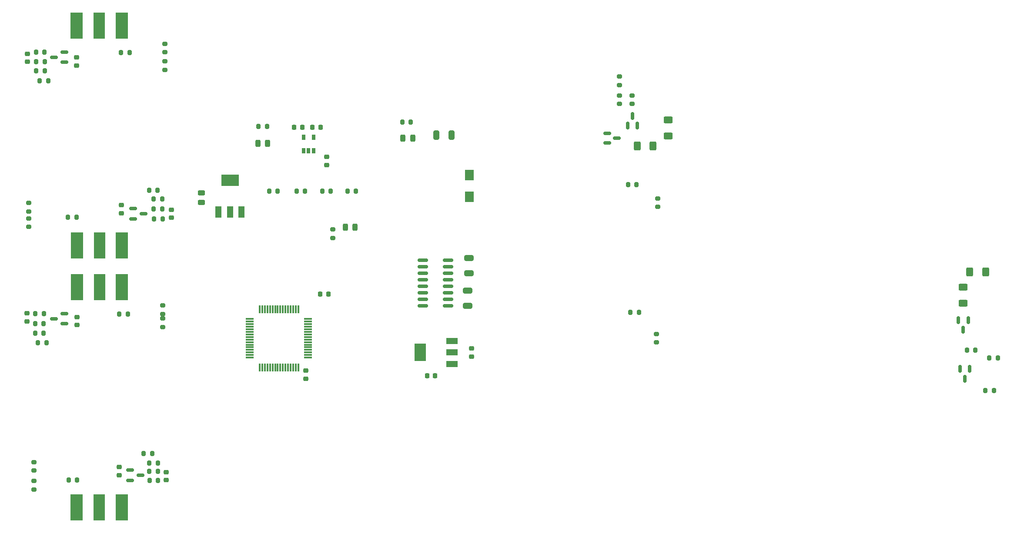
<source format=gbr>
%TF.GenerationSoftware,KiCad,Pcbnew,7.0.9*%
%TF.CreationDate,2023-12-08T00:16:34+01:00*%
%TF.ProjectId,SMPS_V1,534d5053-5f56-4312-9e6b-696361645f70,rev?*%
%TF.SameCoordinates,Original*%
%TF.FileFunction,Paste,Top*%
%TF.FilePolarity,Positive*%
%FSLAX46Y46*%
G04 Gerber Fmt 4.6, Leading zero omitted, Abs format (unit mm)*
G04 Created by KiCad (PCBNEW 7.0.9) date 2023-12-08 00:16:34*
%MOMM*%
%LPD*%
G01*
G04 APERTURE LIST*
G04 Aperture macros list*
%AMRoundRect*
0 Rectangle with rounded corners*
0 $1 Rounding radius*
0 $2 $3 $4 $5 $6 $7 $8 $9 X,Y pos of 4 corners*
0 Add a 4 corners polygon primitive as box body*
4,1,4,$2,$3,$4,$5,$6,$7,$8,$9,$2,$3,0*
0 Add four circle primitives for the rounded corners*
1,1,$1+$1,$2,$3*
1,1,$1+$1,$4,$5*
1,1,$1+$1,$6,$7*
1,1,$1+$1,$8,$9*
0 Add four rect primitives between the rounded corners*
20,1,$1+$1,$2,$3,$4,$5,0*
20,1,$1+$1,$4,$5,$6,$7,0*
20,1,$1+$1,$6,$7,$8,$9,0*
20,1,$1+$1,$8,$9,$2,$3,0*%
G04 Aperture macros list end*
%ADD10R,1.700000X2.090000*%
%ADD11RoundRect,0.200000X0.200000X0.275000X-0.200000X0.275000X-0.200000X-0.275000X0.200000X-0.275000X0*%
%ADD12RoundRect,0.200000X-0.275000X0.200000X-0.275000X-0.200000X0.275000X-0.200000X0.275000X0.200000X0*%
%ADD13RoundRect,0.200000X0.275000X-0.200000X0.275000X0.200000X-0.275000X0.200000X-0.275000X-0.200000X0*%
%ADD14RoundRect,0.150000X-0.587500X-0.150000X0.587500X-0.150000X0.587500X0.150000X-0.587500X0.150000X0*%
%ADD15RoundRect,0.150000X0.587500X0.150000X-0.587500X0.150000X-0.587500X-0.150000X0.587500X-0.150000X0*%
%ADD16RoundRect,0.200000X-0.200000X-0.275000X0.200000X-0.275000X0.200000X0.275000X-0.200000X0.275000X0*%
%ADD17RoundRect,0.225000X-0.250000X0.225000X-0.250000X-0.225000X0.250000X-0.225000X0.250000X0.225000X0*%
%ADD18RoundRect,0.225000X0.250000X-0.225000X0.250000X0.225000X-0.250000X0.225000X-0.250000X-0.225000X0*%
%ADD19R,2.290000X5.080000*%
%ADD20R,2.420000X5.080000*%
%ADD21RoundRect,0.250000X-0.625000X0.400000X-0.625000X-0.400000X0.625000X-0.400000X0.625000X0.400000X0*%
%ADD22RoundRect,0.075000X0.700000X0.075000X-0.700000X0.075000X-0.700000X-0.075000X0.700000X-0.075000X0*%
%ADD23RoundRect,0.075000X0.075000X0.700000X-0.075000X0.700000X-0.075000X-0.700000X0.075000X-0.700000X0*%
%ADD24RoundRect,0.243750X-0.243750X-0.456250X0.243750X-0.456250X0.243750X0.456250X-0.243750X0.456250X0*%
%ADD25RoundRect,0.243750X0.243750X0.456250X-0.243750X0.456250X-0.243750X-0.456250X0.243750X-0.456250X0*%
%ADD26RoundRect,0.225000X-0.225000X-0.250000X0.225000X-0.250000X0.225000X0.250000X-0.225000X0.250000X0*%
%ADD27RoundRect,0.250000X0.400000X0.625000X-0.400000X0.625000X-0.400000X-0.625000X0.400000X-0.625000X0*%
%ADD28RoundRect,0.243750X-0.456250X0.243750X-0.456250X-0.243750X0.456250X-0.243750X0.456250X0.243750X0*%
%ADD29RoundRect,0.150000X-0.150000X0.587500X-0.150000X-0.587500X0.150000X-0.587500X0.150000X0.587500X0*%
%ADD30RoundRect,0.250000X-0.650000X0.325000X-0.650000X-0.325000X0.650000X-0.325000X0.650000X0.325000X0*%
%ADD31RoundRect,0.150000X-0.825000X-0.150000X0.825000X-0.150000X0.825000X0.150000X-0.825000X0.150000X0*%
%ADD32RoundRect,0.225000X0.225000X0.250000X-0.225000X0.250000X-0.225000X-0.250000X0.225000X-0.250000X0*%
%ADD33R,1.200000X2.200000*%
%ADD34R,3.500000X2.200000*%
%ADD35R,2.200000X1.200000*%
%ADD36R,2.200000X3.500000*%
%ADD37RoundRect,0.250000X0.325000X0.650000X-0.325000X0.650000X-0.325000X-0.650000X0.325000X-0.650000X0*%
%ADD38R,0.660000X1.100000*%
%ADD39RoundRect,0.150000X0.150000X-0.587500X0.150000X0.587500X-0.150000X0.587500X-0.150000X-0.587500X0*%
G04 APERTURE END LIST*
D10*
%TO.C,D1*%
X159269400Y-71417400D03*
X159269400Y-67157400D03*
%TD*%
D11*
%TO.C,R27*%
X75307400Y-99847400D03*
X76957400Y-99847400D03*
%TD*%
D12*
%TO.C,R48*%
X74583000Y-126810000D03*
X74583000Y-128460000D03*
%TD*%
D13*
%TO.C,R54*%
X100033800Y-43243000D03*
X100033800Y-41593000D03*
%TD*%
D12*
%TO.C,R53*%
X100033800Y-45022000D03*
X100033800Y-46672000D03*
%TD*%
D13*
%TO.C,R52*%
X73541600Y-74281800D03*
X73541600Y-72631800D03*
%TD*%
D12*
%TO.C,R51*%
X73558400Y-75629000D03*
X73558400Y-77279000D03*
%TD*%
D13*
%TO.C,R50*%
X99618800Y-94246200D03*
X99618800Y-92596200D03*
%TD*%
D12*
%TO.C,R49*%
X99618800Y-95136200D03*
X99618800Y-96786200D03*
%TD*%
D13*
%TO.C,R47*%
X74566200Y-123105000D03*
X74566200Y-124755000D03*
%TD*%
D14*
%TO.C,D9*%
X93810800Y-73726000D03*
X95842800Y-74676000D03*
X93810800Y-75692000D03*
%TD*%
D15*
%TO.C,D8*%
X80475800Y-45171400D03*
X78443800Y-44221400D03*
X80475800Y-43205400D03*
%TD*%
D14*
%TO.C,D7*%
X93226600Y-124703800D03*
X95258600Y-125653800D03*
X93226600Y-126669800D03*
%TD*%
D15*
%TO.C,D6*%
X80490400Y-94185800D03*
X78458400Y-95201800D03*
X80490400Y-96151800D03*
%TD*%
D16*
%TO.C,R46*%
X81174800Y-75412600D03*
X82824800Y-75412600D03*
%TD*%
D11*
%TO.C,R45*%
X93162600Y-43281600D03*
X91512600Y-43281600D03*
%TD*%
%TO.C,R44*%
X92807000Y-94310200D03*
X91157000Y-94310200D03*
%TD*%
D16*
%TO.C,R43*%
X81301800Y-126619000D03*
X82951800Y-126619000D03*
%TD*%
D11*
%TO.C,R42*%
X99499400Y-71805800D03*
X97849400Y-71805800D03*
%TD*%
D16*
%TO.C,R41*%
X97837200Y-73787000D03*
X99487200Y-73787000D03*
%TD*%
%TO.C,R40*%
X96948200Y-70104000D03*
X98598200Y-70104000D03*
%TD*%
%TO.C,R39*%
X97926600Y-75768200D03*
X99576600Y-75768200D03*
%TD*%
%TO.C,R38*%
X74990400Y-46837600D03*
X76640400Y-46837600D03*
%TD*%
D11*
%TO.C,R37*%
X76640400Y-45085000D03*
X74990400Y-45085000D03*
%TD*%
%TO.C,R36*%
X77325200Y-48818800D03*
X75675200Y-48818800D03*
%TD*%
%TO.C,R35*%
X76615000Y-43180000D03*
X74965000Y-43180000D03*
%TD*%
%TO.C,R34*%
X98636800Y-123291600D03*
X96986800Y-123291600D03*
%TD*%
D16*
%TO.C,R33*%
X96986800Y-124891800D03*
X98636800Y-124891800D03*
%TD*%
%TO.C,R32*%
X95894600Y-121412000D03*
X97544600Y-121412000D03*
%TD*%
%TO.C,R31*%
X97024400Y-126669800D03*
X98674400Y-126669800D03*
%TD*%
%TO.C,R30*%
X76411800Y-97993200D03*
X74761800Y-97993200D03*
%TD*%
D11*
%TO.C,R29*%
X74774000Y-96113600D03*
X76424000Y-96113600D03*
%TD*%
%TO.C,R28*%
X74831800Y-94183800D03*
X76481800Y-94183800D03*
%TD*%
D17*
%TO.C,C23*%
X101329200Y-73951800D03*
X101329200Y-75501800D03*
%TD*%
%TO.C,C22*%
X91550200Y-73037400D03*
X91550200Y-74587400D03*
%TD*%
D18*
%TO.C,C21*%
X73287600Y-45085600D03*
X73287600Y-43535600D03*
%TD*%
%TO.C,C20*%
X82838000Y-44272200D03*
X82838000Y-45822200D03*
%TD*%
D17*
%TO.C,C19*%
X100287800Y-125082000D03*
X100287800Y-126632000D03*
%TD*%
%TO.C,C18*%
X91143800Y-124091400D03*
X91143800Y-125641400D03*
%TD*%
D18*
%TO.C,C17*%
X73160600Y-94131800D03*
X73160600Y-95681800D03*
%TD*%
%TO.C,C16*%
X82965000Y-94856000D03*
X82965000Y-96406000D03*
%TD*%
D19*
%TO.C,J32*%
X87250000Y-131930000D03*
D20*
X82870000Y-131930000D03*
X91630000Y-131930000D03*
%TD*%
D19*
%TO.C,J31*%
X87297000Y-89060000D03*
D20*
X91677000Y-89060000D03*
X82917000Y-89060000D03*
%TD*%
D19*
%TO.C,J30*%
X87297000Y-80920000D03*
D20*
X82917000Y-80920000D03*
X91677000Y-80920000D03*
%TD*%
D19*
%TO.C,J29*%
X87250000Y-38070000D03*
D20*
X91630000Y-38070000D03*
X82870000Y-38070000D03*
%TD*%
D21*
%TO.C,R5*%
X198000000Y-56450000D03*
X198000000Y-59550000D03*
%TD*%
D22*
%TO.C,U3*%
X127922000Y-102743000D03*
X127922000Y-102243000D03*
X127922000Y-101743000D03*
X127922000Y-101243000D03*
X127922000Y-100743000D03*
X127922000Y-100243000D03*
X127922000Y-99743000D03*
X127922000Y-99243000D03*
X127922000Y-98743000D03*
X127922000Y-98243000D03*
X127922000Y-97743000D03*
X127922000Y-97243000D03*
X127922000Y-96743000D03*
X127922000Y-96243000D03*
X127922000Y-95743000D03*
X127922000Y-95243000D03*
D23*
X125997000Y-93318000D03*
X125497000Y-93318000D03*
X124997000Y-93318000D03*
X124497000Y-93318000D03*
X123997000Y-93318000D03*
X123497000Y-93318000D03*
X122997000Y-93318000D03*
X122497000Y-93318000D03*
X121997000Y-93318000D03*
X121497000Y-93318000D03*
X120997000Y-93318000D03*
X120497000Y-93318000D03*
X119997000Y-93318000D03*
X119497000Y-93318000D03*
X118997000Y-93318000D03*
X118497000Y-93318000D03*
D22*
X116572000Y-95243000D03*
X116572000Y-95743000D03*
X116572000Y-96243000D03*
X116572000Y-96743000D03*
X116572000Y-97243000D03*
X116572000Y-97743000D03*
X116572000Y-98243000D03*
X116572000Y-98743000D03*
X116572000Y-99243000D03*
X116572000Y-99743000D03*
X116572000Y-100243000D03*
X116572000Y-100743000D03*
X116572000Y-101243000D03*
X116572000Y-101743000D03*
X116572000Y-102243000D03*
X116572000Y-102743000D03*
D23*
X118497000Y-104668000D03*
X118997000Y-104668000D03*
X119497000Y-104668000D03*
X119997000Y-104668000D03*
X120497000Y-104668000D03*
X120997000Y-104668000D03*
X121497000Y-104668000D03*
X121997000Y-104668000D03*
X122497000Y-104668000D03*
X122997000Y-104668000D03*
X123497000Y-104668000D03*
X123997000Y-104668000D03*
X124497000Y-104668000D03*
X124997000Y-104668000D03*
X125497000Y-104668000D03*
X125997000Y-104668000D03*
%TD*%
D24*
%TO.C,D4*%
X146380100Y-59965600D03*
X148255100Y-59965600D03*
%TD*%
D18*
%TO.C,C6*%
X127494000Y-106854000D03*
X127494000Y-105304000D03*
%TD*%
D11*
%TO.C,R20*%
X257769000Y-101266000D03*
X256119000Y-101266000D03*
%TD*%
D25*
%TO.C,D5*%
X137027500Y-77360000D03*
X135152500Y-77360000D03*
%TD*%
D26*
%TO.C,C4*%
X125195000Y-57832000D03*
X126745000Y-57832000D03*
%TD*%
D11*
%TO.C,R4*%
X137209000Y-70291000D03*
X135559000Y-70291000D03*
%TD*%
D27*
%TO.C,R9*%
X195050000Y-61500000D03*
X191950000Y-61500000D03*
%TD*%
D28*
%TO.C,C1*%
X107174000Y-70623500D03*
X107174000Y-72498500D03*
%TD*%
D29*
%TO.C,Q6*%
X256690000Y-104979000D03*
X254790000Y-104979000D03*
X255740000Y-106854000D03*
%TD*%
D30*
%TO.C,C9*%
X158990000Y-89680000D03*
X158990000Y-92630000D03*
%TD*%
D16*
%TO.C,R10*%
X190175000Y-69000000D03*
X191825000Y-69000000D03*
%TD*%
D30*
%TO.C,C10*%
X159244000Y-83330000D03*
X159244000Y-86280000D03*
%TD*%
D11*
%TO.C,R3*%
X127303000Y-70291000D03*
X125653000Y-70291000D03*
%TD*%
D27*
%TO.C,R17*%
X259790000Y-86026000D03*
X256690000Y-86026000D03*
%TD*%
D11*
%TO.C,R24*%
X147876400Y-56866800D03*
X146226400Y-56866800D03*
%TD*%
D16*
%TO.C,R11*%
X190650000Y-93900000D03*
X192300000Y-93900000D03*
%TD*%
D12*
%TO.C,R6*%
X188500000Y-51675000D03*
X188500000Y-53325000D03*
%TD*%
D16*
%TO.C,R25*%
X118235600Y-57730400D03*
X119885600Y-57730400D03*
%TD*%
D11*
%TO.C,R22*%
X261388000Y-109140000D03*
X259738000Y-109140000D03*
%TD*%
D29*
%TO.C,Q5*%
X256370000Y-95424000D03*
X254470000Y-95424000D03*
X255420000Y-97299000D03*
%TD*%
D21*
%TO.C,R18*%
X255420000Y-89048000D03*
X255420000Y-92148000D03*
%TD*%
D24*
%TO.C,D3*%
X118163000Y-60981600D03*
X120038000Y-60981600D03*
%TD*%
D31*
%TO.C,U4*%
X150230000Y-83740000D03*
X150230000Y-85010000D03*
X150230000Y-86280000D03*
X150230000Y-87550000D03*
X150230000Y-88820000D03*
X150230000Y-90090000D03*
X150230000Y-91360000D03*
X150230000Y-92630000D03*
X155180000Y-92630000D03*
X155180000Y-91360000D03*
X155180000Y-90090000D03*
X155180000Y-88820000D03*
X155180000Y-87550000D03*
X155180000Y-86280000D03*
X155180000Y-85010000D03*
X155180000Y-83740000D03*
%TD*%
D32*
%TO.C,C5*%
X131825000Y-90357000D03*
X130275000Y-90357000D03*
%TD*%
D14*
%TO.C,Q1*%
X186125000Y-59050000D03*
X186125000Y-60950000D03*
X188000000Y-60000000D03*
%TD*%
D11*
%TO.C,R1*%
X132320000Y-70291000D03*
X130670000Y-70291000D03*
%TD*%
D13*
%TO.C,R12*%
X195984000Y-73389000D03*
X195984000Y-71739000D03*
%TD*%
D17*
%TO.C,C11*%
X159752000Y-100999000D03*
X159752000Y-102549000D03*
%TD*%
D16*
%TO.C,R21*%
X260500000Y-102790000D03*
X262150000Y-102790000D03*
%TD*%
D13*
%TO.C,R26*%
X132700000Y-79425000D03*
X132700000Y-77775000D03*
%TD*%
%TO.C,R7*%
X188500000Y-49650000D03*
X188500000Y-48000000D03*
%TD*%
D26*
%TO.C,C8*%
X151090000Y-106274000D03*
X152640000Y-106274000D03*
%TD*%
D33*
%TO.C,U2*%
X110462000Y-74407000D03*
D34*
X112762000Y-68207000D03*
D33*
X112762000Y-74407000D03*
X114962000Y-74407000D03*
%TD*%
D35*
%TO.C,U5*%
X155942000Y-103988000D03*
D36*
X149742000Y-101688000D03*
D35*
X155942000Y-101688000D03*
X155942000Y-99488000D03*
%TD*%
D11*
%TO.C,R2*%
X121969000Y-70291000D03*
X120319000Y-70291000D03*
%TD*%
D37*
%TO.C,C7*%
X155844000Y-59356000D03*
X152894000Y-59356000D03*
%TD*%
D32*
%TO.C,C3*%
X130301000Y-57832000D03*
X128751000Y-57832000D03*
%TD*%
D38*
%TO.C,U1*%
X127052000Y-62421000D03*
X128002000Y-62421000D03*
X128952000Y-62421000D03*
X128952000Y-59821000D03*
X127052000Y-59821000D03*
%TD*%
D13*
%TO.C,R14*%
X195730000Y-99805000D03*
X195730000Y-98155000D03*
%TD*%
D18*
%TO.C,C2*%
X131558000Y-65211000D03*
X131558000Y-63661000D03*
%TD*%
D39*
%TO.C,Q2*%
X190100000Y-57500000D03*
X192000000Y-57500000D03*
X191050000Y-55625000D03*
%TD*%
D12*
%TO.C,R8*%
X191000000Y-51675000D03*
X191000000Y-53325000D03*
%TD*%
M02*

</source>
